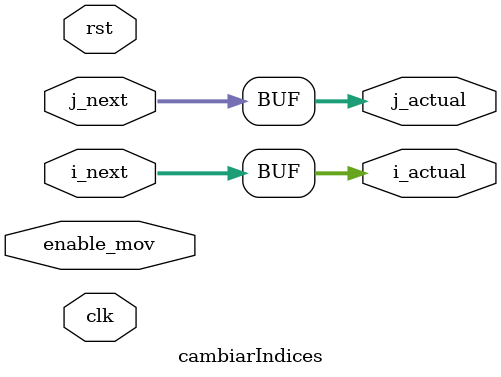
<source format=sv>
module cambiarIndices (
	input reg [2:0] i_next, j_next, input enable_mov, clk, rst,
	output reg [2:0] i_actual, j_actual
);

	assign i_actual = i_next;
	assign j_actual = j_next;
	
endmodule
</source>
